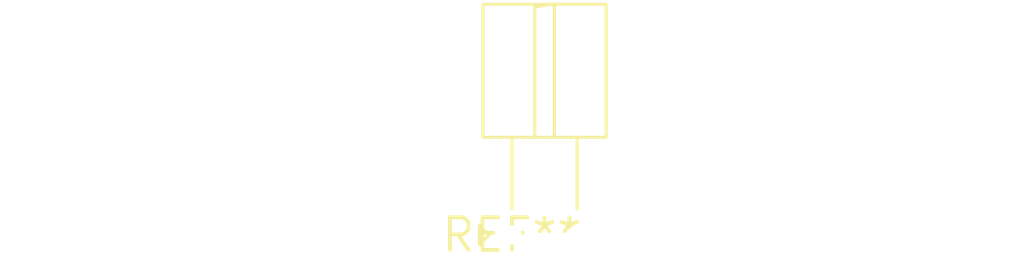
<source format=kicad_pcb>
(kicad_pcb (version 20240108) (generator pcbnew)
  (layers (0 "F.Cu" signal) (31 "B.Cu" signal) (34 "B.Paste" user) (35 "F.Paste" user) (36 "B.SilkS" user "B.Silkscreen") (37 "F.SilkS" user "F.Silkscreen") (38 "B.Mask" user) (39 "F.Mask" user) (44 "Edge.Cuts" user))
  (net 0 "")
  (footprint "TO-92-2_W4.0mm_Horizontal_FlatSideUp" (layer "F.Cu") (at 0 0)
    (property "Reference" "REF**")
    (property "Value" "TO-92-2_W4.0mm_Horizontal_FlatSideUp")
    (fp_line (start -1.27 -0.381) (end -1.27 0.381) (layer "F.SilkS") (stroke (width 0.12)))
    (fp_line (start -1.27 0.381) (end -0.889 0) (layer "F.SilkS") (stroke (width 0.12)))
    (fp_line (start -1.13 -9) (end -1.13 -3.81) (layer "F.SilkS") (stroke (width 0.12)))
    (fp_line (start -1.13 -3.81) (end 3.67 -3.81) (layer "F.SilkS") (stroke (width 0.12)))
    (fp_line (start -0.889 0) (end -1.27 -0.381) (layer "F.SilkS") (stroke (width 0.12)))
    (fp_line (start 0 -1.02) (end 0 -3.81) (layer "F.SilkS") (stroke (width 0.12)))
    (fp_line (start 0.889 -8.89) (end 1.651 -9.017) (layer "F.SilkS") (stroke (width 0.12)))
    (fp_line (start 0.889 -3.81) (end 0.889 -8.89) (layer "F.SilkS") (stroke (width 0.12)))
    (fp_line (start 1.651 -9.017) (end 1.651 -3.81) (layer "F.SilkS") (stroke (width 0.12)))
    (fp_line (start 2.54 -1.02) (end 2.54 -3.81) (layer "F.SilkS") (stroke (width 0.12)))
    (fp_line (start 3.67 -9) (end -1.13 -9) (layer "F.SilkS") (stroke (width 0.12)))
    (fp_line (start 3.67 -3.81) (end 3.67 -9) (layer "F.SilkS") (stroke (width 0.12)))
    (pad "1" thru_hole rect (at 0 0) (size 1.05 1.5) (drill 0.75) (layers *.Cu *.Mask) (remove_unused_layers))
    (pad "2" thru_hole oval (at 2.54 0) (size 1.05 1.5) (drill 0.75) (layers *.Cu *.Mask) (remove_unused_layers))
  )
)
</source>
